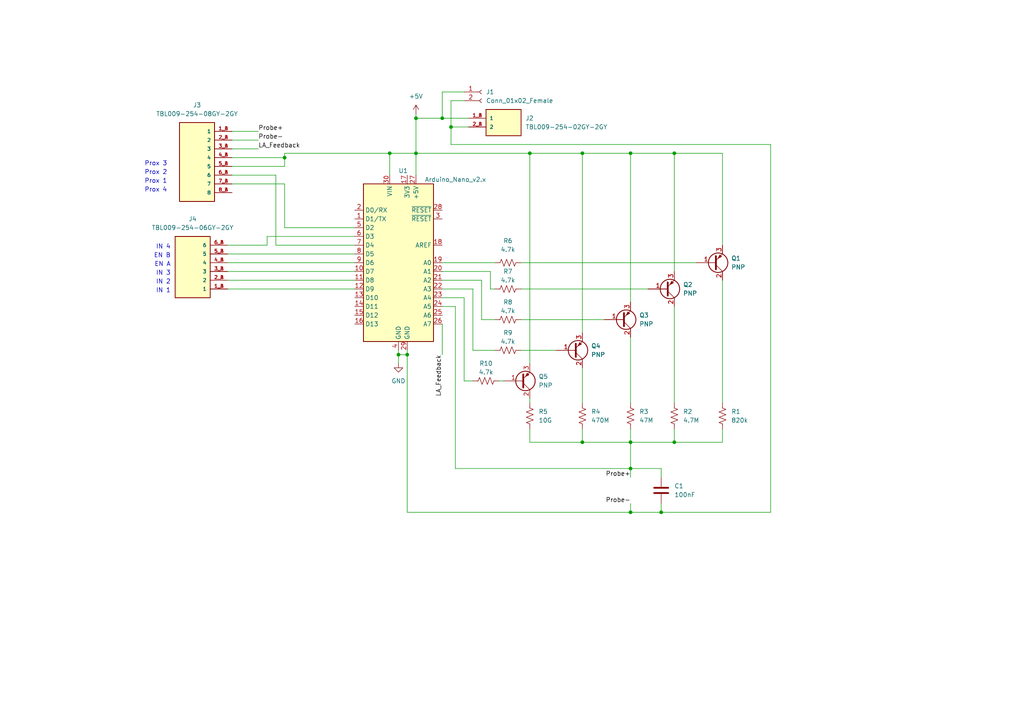
<source format=kicad_sch>
(kicad_sch (version 20211123) (generator eeschema)

  (uuid e63e39d7-6ac0-4ffd-8aa3-1841a4541b55)

  (paper "A4")

  (lib_symbols
    (symbol "Connector:Conn_01x02_Female" (pin_names (offset 1.016) hide) (in_bom yes) (on_board yes)
      (property "Reference" "J" (id 0) (at 0 2.54 0)
        (effects (font (size 1.27 1.27)))
      )
      (property "Value" "Conn_01x02_Female" (id 1) (at 0 -5.08 0)
        (effects (font (size 1.27 1.27)))
      )
      (property "Footprint" "" (id 2) (at 0 0 0)
        (effects (font (size 1.27 1.27)) hide)
      )
      (property "Datasheet" "~" (id 3) (at 0 0 0)
        (effects (font (size 1.27 1.27)) hide)
      )
      (property "ki_keywords" "connector" (id 4) (at 0 0 0)
        (effects (font (size 1.27 1.27)) hide)
      )
      (property "ki_description" "Generic connector, single row, 01x02, script generated (kicad-library-utils/schlib/autogen/connector/)" (id 5) (at 0 0 0)
        (effects (font (size 1.27 1.27)) hide)
      )
      (property "ki_fp_filters" "Connector*:*_1x??_*" (id 6) (at 0 0 0)
        (effects (font (size 1.27 1.27)) hide)
      )
      (symbol "Conn_01x02_Female_1_1"
        (arc (start 0 -2.032) (mid -0.508 -2.54) (end 0 -3.048)
          (stroke (width 0.1524) (type default) (color 0 0 0 0))
          (fill (type none))
        )
        (polyline
          (pts
            (xy -1.27 -2.54)
            (xy -0.508 -2.54)
          )
          (stroke (width 0.1524) (type default) (color 0 0 0 0))
          (fill (type none))
        )
        (polyline
          (pts
            (xy -1.27 0)
            (xy -0.508 0)
          )
          (stroke (width 0.1524) (type default) (color 0 0 0 0))
          (fill (type none))
        )
        (arc (start 0 0.508) (mid -0.508 0) (end 0 -0.508)
          (stroke (width 0.1524) (type default) (color 0 0 0 0))
          (fill (type none))
        )
        (pin passive line (at -5.08 0 0) (length 3.81)
          (name "Pin_1" (effects (font (size 1.27 1.27))))
          (number "1" (effects (font (size 1.27 1.27))))
        )
        (pin passive line (at -5.08 -2.54 0) (length 3.81)
          (name "Pin_2" (effects (font (size 1.27 1.27))))
          (number "2" (effects (font (size 1.27 1.27))))
        )
      )
    )
    (symbol "Device:C" (pin_numbers hide) (pin_names (offset 0.254)) (in_bom yes) (on_board yes)
      (property "Reference" "C" (id 0) (at 0.635 2.54 0)
        (effects (font (size 1.27 1.27)) (justify left))
      )
      (property "Value" "C" (id 1) (at 0.635 -2.54 0)
        (effects (font (size 1.27 1.27)) (justify left))
      )
      (property "Footprint" "" (id 2) (at 0.9652 -3.81 0)
        (effects (font (size 1.27 1.27)) hide)
      )
      (property "Datasheet" "~" (id 3) (at 0 0 0)
        (effects (font (size 1.27 1.27)) hide)
      )
      (property "ki_keywords" "cap capacitor" (id 4) (at 0 0 0)
        (effects (font (size 1.27 1.27)) hide)
      )
      (property "ki_description" "Unpolarized capacitor" (id 5) (at 0 0 0)
        (effects (font (size 1.27 1.27)) hide)
      )
      (property "ki_fp_filters" "C_*" (id 6) (at 0 0 0)
        (effects (font (size 1.27 1.27)) hide)
      )
      (symbol "C_0_1"
        (polyline
          (pts
            (xy -2.032 -0.762)
            (xy 2.032 -0.762)
          )
          (stroke (width 0.508) (type default) (color 0 0 0 0))
          (fill (type none))
        )
        (polyline
          (pts
            (xy -2.032 0.762)
            (xy 2.032 0.762)
          )
          (stroke (width 0.508) (type default) (color 0 0 0 0))
          (fill (type none))
        )
      )
      (symbol "C_1_1"
        (pin passive line (at 0 3.81 270) (length 2.794)
          (name "~" (effects (font (size 1.27 1.27))))
          (number "1" (effects (font (size 1.27 1.27))))
        )
        (pin passive line (at 0 -3.81 90) (length 2.794)
          (name "~" (effects (font (size 1.27 1.27))))
          (number "2" (effects (font (size 1.27 1.27))))
        )
      )
    )
    (symbol "Device:Q_PNP_BCE" (pin_names (offset 0) hide) (in_bom yes) (on_board yes)
      (property "Reference" "Q" (id 0) (at 5.08 1.27 0)
        (effects (font (size 1.27 1.27)) (justify left))
      )
      (property "Value" "Q_PNP_BCE" (id 1) (at 5.08 -1.27 0)
        (effects (font (size 1.27 1.27)) (justify left))
      )
      (property "Footprint" "" (id 2) (at 5.08 2.54 0)
        (effects (font (size 1.27 1.27)) hide)
      )
      (property "Datasheet" "~" (id 3) (at 0 0 0)
        (effects (font (size 1.27 1.27)) hide)
      )
      (property "ki_keywords" "transistor PNP" (id 4) (at 0 0 0)
        (effects (font (size 1.27 1.27)) hide)
      )
      (property "ki_description" "PNP transistor, base/collector/emitter" (id 5) (at 0 0 0)
        (effects (font (size 1.27 1.27)) hide)
      )
      (symbol "Q_PNP_BCE_0_1"
        (polyline
          (pts
            (xy 0.635 0.635)
            (xy 2.54 2.54)
          )
          (stroke (width 0) (type default) (color 0 0 0 0))
          (fill (type none))
        )
        (polyline
          (pts
            (xy 0.635 -0.635)
            (xy 2.54 -2.54)
            (xy 2.54 -2.54)
          )
          (stroke (width 0) (type default) (color 0 0 0 0))
          (fill (type none))
        )
        (polyline
          (pts
            (xy 0.635 1.905)
            (xy 0.635 -1.905)
            (xy 0.635 -1.905)
          )
          (stroke (width 0.508) (type default) (color 0 0 0 0))
          (fill (type none))
        )
        (polyline
          (pts
            (xy 2.286 -1.778)
            (xy 1.778 -2.286)
            (xy 1.27 -1.27)
            (xy 2.286 -1.778)
            (xy 2.286 -1.778)
          )
          (stroke (width 0) (type default) (color 0 0 0 0))
          (fill (type outline))
        )
        (circle (center 1.27 0) (radius 2.8194)
          (stroke (width 0.254) (type default) (color 0 0 0 0))
          (fill (type none))
        )
      )
      (symbol "Q_PNP_BCE_1_1"
        (pin input line (at -5.08 0 0) (length 5.715)
          (name "B" (effects (font (size 1.27 1.27))))
          (number "1" (effects (font (size 1.27 1.27))))
        )
        (pin passive line (at 2.54 5.08 270) (length 2.54)
          (name "C" (effects (font (size 1.27 1.27))))
          (number "2" (effects (font (size 1.27 1.27))))
        )
        (pin passive line (at 2.54 -5.08 90) (length 2.54)
          (name "E" (effects (font (size 1.27 1.27))))
          (number "3" (effects (font (size 1.27 1.27))))
        )
      )
    )
    (symbol "Device:R_US" (pin_numbers hide) (pin_names (offset 0)) (in_bom yes) (on_board yes)
      (property "Reference" "R" (id 0) (at 2.54 0 90)
        (effects (font (size 1.27 1.27)))
      )
      (property "Value" "R_US" (id 1) (at -2.54 0 90)
        (effects (font (size 1.27 1.27)))
      )
      (property "Footprint" "" (id 2) (at 1.016 -0.254 90)
        (effects (font (size 1.27 1.27)) hide)
      )
      (property "Datasheet" "~" (id 3) (at 0 0 0)
        (effects (font (size 1.27 1.27)) hide)
      )
      (property "ki_keywords" "R res resistor" (id 4) (at 0 0 0)
        (effects (font (size 1.27 1.27)) hide)
      )
      (property "ki_description" "Resistor, US symbol" (id 5) (at 0 0 0)
        (effects (font (size 1.27 1.27)) hide)
      )
      (property "ki_fp_filters" "R_*" (id 6) (at 0 0 0)
        (effects (font (size 1.27 1.27)) hide)
      )
      (symbol "R_US_0_1"
        (polyline
          (pts
            (xy 0 -2.286)
            (xy 0 -2.54)
          )
          (stroke (width 0) (type default) (color 0 0 0 0))
          (fill (type none))
        )
        (polyline
          (pts
            (xy 0 2.286)
            (xy 0 2.54)
          )
          (stroke (width 0) (type default) (color 0 0 0 0))
          (fill (type none))
        )
        (polyline
          (pts
            (xy 0 -0.762)
            (xy 1.016 -1.143)
            (xy 0 -1.524)
            (xy -1.016 -1.905)
            (xy 0 -2.286)
          )
          (stroke (width 0) (type default) (color 0 0 0 0))
          (fill (type none))
        )
        (polyline
          (pts
            (xy 0 0.762)
            (xy 1.016 0.381)
            (xy 0 0)
            (xy -1.016 -0.381)
            (xy 0 -0.762)
          )
          (stroke (width 0) (type default) (color 0 0 0 0))
          (fill (type none))
        )
        (polyline
          (pts
            (xy 0 2.286)
            (xy 1.016 1.905)
            (xy 0 1.524)
            (xy -1.016 1.143)
            (xy 0 0.762)
          )
          (stroke (width 0) (type default) (color 0 0 0 0))
          (fill (type none))
        )
      )
      (symbol "R_US_1_1"
        (pin passive line (at 0 3.81 270) (length 1.27)
          (name "~" (effects (font (size 1.27 1.27))))
          (number "1" (effects (font (size 1.27 1.27))))
        )
        (pin passive line (at 0 -3.81 90) (length 1.27)
          (name "~" (effects (font (size 1.27 1.27))))
          (number "2" (effects (font (size 1.27 1.27))))
        )
      )
    )
    (symbol "MCU_Module:Arduino_Nano_v2.x" (in_bom yes) (on_board yes)
      (property "Reference" "A" (id 0) (at -10.16 23.495 0)
        (effects (font (size 1.27 1.27)) (justify left bottom))
      )
      (property "Value" "Arduino_Nano_v2.x" (id 1) (at 5.08 -24.13 0)
        (effects (font (size 1.27 1.27)) (justify left top))
      )
      (property "Footprint" "Module:Arduino_Nano" (id 2) (at 0 0 0)
        (effects (font (size 1.27 1.27) italic) hide)
      )
      (property "Datasheet" "https://www.arduino.cc/en/uploads/Main/ArduinoNanoManual23.pdf" (id 3) (at 0 0 0)
        (effects (font (size 1.27 1.27)) hide)
      )
      (property "ki_keywords" "Arduino nano microcontroller module USB" (id 4) (at 0 0 0)
        (effects (font (size 1.27 1.27)) hide)
      )
      (property "ki_description" "Arduino Nano v2.x" (id 5) (at 0 0 0)
        (effects (font (size 1.27 1.27)) hide)
      )
      (property "ki_fp_filters" "Arduino*Nano*" (id 6) (at 0 0 0)
        (effects (font (size 1.27 1.27)) hide)
      )
      (symbol "Arduino_Nano_v2.x_0_1"
        (rectangle (start -10.16 22.86) (end 10.16 -22.86)
          (stroke (width 0.254) (type default) (color 0 0 0 0))
          (fill (type background))
        )
      )
      (symbol "Arduino_Nano_v2.x_1_1"
        (pin bidirectional line (at -12.7 12.7 0) (length 2.54)
          (name "D1/TX" (effects (font (size 1.27 1.27))))
          (number "1" (effects (font (size 1.27 1.27))))
        )
        (pin bidirectional line (at -12.7 -2.54 0) (length 2.54)
          (name "D7" (effects (font (size 1.27 1.27))))
          (number "10" (effects (font (size 1.27 1.27))))
        )
        (pin bidirectional line (at -12.7 -5.08 0) (length 2.54)
          (name "D8" (effects (font (size 1.27 1.27))))
          (number "11" (effects (font (size 1.27 1.27))))
        )
        (pin bidirectional line (at -12.7 -7.62 0) (length 2.54)
          (name "D9" (effects (font (size 1.27 1.27))))
          (number "12" (effects (font (size 1.27 1.27))))
        )
        (pin bidirectional line (at -12.7 -10.16 0) (length 2.54)
          (name "D10" (effects (font (size 1.27 1.27))))
          (number "13" (effects (font (size 1.27 1.27))))
        )
        (pin bidirectional line (at -12.7 -12.7 0) (length 2.54)
          (name "D11" (effects (font (size 1.27 1.27))))
          (number "14" (effects (font (size 1.27 1.27))))
        )
        (pin bidirectional line (at -12.7 -15.24 0) (length 2.54)
          (name "D12" (effects (font (size 1.27 1.27))))
          (number "15" (effects (font (size 1.27 1.27))))
        )
        (pin bidirectional line (at -12.7 -17.78 0) (length 2.54)
          (name "D13" (effects (font (size 1.27 1.27))))
          (number "16" (effects (font (size 1.27 1.27))))
        )
        (pin power_out line (at 2.54 25.4 270) (length 2.54)
          (name "3V3" (effects (font (size 1.27 1.27))))
          (number "17" (effects (font (size 1.27 1.27))))
        )
        (pin input line (at 12.7 5.08 180) (length 2.54)
          (name "AREF" (effects (font (size 1.27 1.27))))
          (number "18" (effects (font (size 1.27 1.27))))
        )
        (pin bidirectional line (at 12.7 0 180) (length 2.54)
          (name "A0" (effects (font (size 1.27 1.27))))
          (number "19" (effects (font (size 1.27 1.27))))
        )
        (pin bidirectional line (at -12.7 15.24 0) (length 2.54)
          (name "D0/RX" (effects (font (size 1.27 1.27))))
          (number "2" (effects (font (size 1.27 1.27))))
        )
        (pin bidirectional line (at 12.7 -2.54 180) (length 2.54)
          (name "A1" (effects (font (size 1.27 1.27))))
          (number "20" (effects (font (size 1.27 1.27))))
        )
        (pin bidirectional line (at 12.7 -5.08 180) (length 2.54)
          (name "A2" (effects (font (size 1.27 1.27))))
          (number "21" (effects (font (size 1.27 1.27))))
        )
        (pin bidirectional line (at 12.7 -7.62 180) (length 2.54)
          (name "A3" (effects (font (size 1.27 1.27))))
          (number "22" (effects (font (size 1.27 1.27))))
        )
        (pin bidirectional line (at 12.7 -10.16 180) (length 2.54)
          (name "A4" (effects (font (size 1.27 1.27))))
          (number "23" (effects (font (size 1.27 1.27))))
        )
        (pin bidirectional line (at 12.7 -12.7 180) (length 2.54)
          (name "A5" (effects (font (size 1.27 1.27))))
          (number "24" (effects (font (size 1.27 1.27))))
        )
        (pin bidirectional line (at 12.7 -15.24 180) (length 2.54)
          (name "A6" (effects (font (size 1.27 1.27))))
          (number "25" (effects (font (size 1.27 1.27))))
        )
        (pin bidirectional line (at 12.7 -17.78 180) (length 2.54)
          (name "A7" (effects (font (size 1.27 1.27))))
          (number "26" (effects (font (size 1.27 1.27))))
        )
        (pin power_out line (at 5.08 25.4 270) (length 2.54)
          (name "+5V" (effects (font (size 1.27 1.27))))
          (number "27" (effects (font (size 1.27 1.27))))
        )
        (pin input line (at 12.7 15.24 180) (length 2.54)
          (name "~{RESET}" (effects (font (size 1.27 1.27))))
          (number "28" (effects (font (size 1.27 1.27))))
        )
        (pin power_in line (at 2.54 -25.4 90) (length 2.54)
          (name "GND" (effects (font (size 1.27 1.27))))
          (number "29" (effects (font (size 1.27 1.27))))
        )
        (pin input line (at 12.7 12.7 180) (length 2.54)
          (name "~{RESET}" (effects (font (size 1.27 1.27))))
          (number "3" (effects (font (size 1.27 1.27))))
        )
        (pin power_in line (at -2.54 25.4 270) (length 2.54)
          (name "VIN" (effects (font (size 1.27 1.27))))
          (number "30" (effects (font (size 1.27 1.27))))
        )
        (pin power_in line (at 0 -25.4 90) (length 2.54)
          (name "GND" (effects (font (size 1.27 1.27))))
          (number "4" (effects (font (size 1.27 1.27))))
        )
        (pin bidirectional line (at -12.7 10.16 0) (length 2.54)
          (name "D2" (effects (font (size 1.27 1.27))))
          (number "5" (effects (font (size 1.27 1.27))))
        )
        (pin bidirectional line (at -12.7 7.62 0) (length 2.54)
          (name "D3" (effects (font (size 1.27 1.27))))
          (number "6" (effects (font (size 1.27 1.27))))
        )
        (pin bidirectional line (at -12.7 5.08 0) (length 2.54)
          (name "D4" (effects (font (size 1.27 1.27))))
          (number "7" (effects (font (size 1.27 1.27))))
        )
        (pin bidirectional line (at -12.7 2.54 0) (length 2.54)
          (name "D5" (effects (font (size 1.27 1.27))))
          (number "8" (effects (font (size 1.27 1.27))))
        )
        (pin bidirectional line (at -12.7 0 0) (length 2.54)
          (name "D6" (effects (font (size 1.27 1.27))))
          (number "9" (effects (font (size 1.27 1.27))))
        )
      )
    )
    (symbol "Screw_Terminals:TBL009-254-02GY-2GY" (pin_names (offset 1.016)) (in_bom yes) (on_board yes)
      (property "Reference" "J" (id 0) (at -5.588 5.08 0)
        (effects (font (size 1.27 1.27)) (justify left bottom))
      )
      (property "Value" "TBL009-254-02GY-2GY" (id 1) (at -5.08 -5.08 0)
        (effects (font (size 1.27 1.27)) (justify left bottom))
      )
      (property "Footprint" "CUI_TBL009-254-02GY-2GY" (id 2) (at 0 0 0)
        (effects (font (size 1.27 1.27)) (justify left bottom) hide)
      )
      (property "Datasheet" "" (id 3) (at 0 0 0)
        (effects (font (size 1.27 1.27)) (justify left bottom) hide)
      )
      (property "MANUFACTURER" "CUI" (id 4) (at 0 0 0)
        (effects (font (size 1.27 1.27)) (justify left bottom) hide)
      )
      (property "STANDARD" "Manufacturer Recommendations" (id 5) (at 0 0 0)
        (effects (font (size 1.27 1.27)) (justify left bottom) hide)
      )
      (property "ki_locked" "" (id 6) (at 0 0 0)
        (effects (font (size 1.27 1.27)))
      )
      (symbol "TBL009-254-02GY-2GY_0_0"
        (rectangle (start -5.08 -2.54) (end 5.08 5.08)
          (stroke (width 0.254) (type default) (color 0 0 0 0))
          (fill (type background))
        )
        (pin passive line (at -10.16 2.54 0) (length 5.08)
          (name "1" (effects (font (size 1.016 1.016))))
          (number "1_A" (effects (font (size 1.016 1.016))))
        )
        (pin passive line (at -10.16 2.54 0) (length 5.08)
          (name "1" (effects (font (size 1.016 1.016))))
          (number "1_B" (effects (font (size 1.016 1.016))))
        )
        (pin passive line (at -10.16 0 0) (length 5.08)
          (name "2" (effects (font (size 1.016 1.016))))
          (number "2_A" (effects (font (size 1.016 1.016))))
        )
        (pin passive line (at -10.16 0 0) (length 5.08)
          (name "2" (effects (font (size 1.016 1.016))))
          (number "2_B" (effects (font (size 1.016 1.016))))
        )
      )
    )
    (symbol "Screw_Terminals:TBL009-254-06GY-2GY" (pin_names (offset 1.016)) (in_bom yes) (on_board yes)
      (property "Reference" "J" (id 0) (at -5.588 10.16 0)
        (effects (font (size 1.27 1.27)) (justify left bottom))
      )
      (property "Value" "TBL009-254-06GY-2GY" (id 1) (at -5.08 -10.16 0)
        (effects (font (size 1.27 1.27)) (justify left bottom))
      )
      (property "Footprint" "CUI_TBL009-254-06GY-2GY" (id 2) (at 0 0 0)
        (effects (font (size 1.27 1.27)) (justify left bottom) hide)
      )
      (property "Datasheet" "" (id 3) (at 0 0 0)
        (effects (font (size 1.27 1.27)) (justify left bottom) hide)
      )
      (property "STANDARD" "Manufacturer Recommendations" (id 4) (at 0 0 0)
        (effects (font (size 1.27 1.27)) (justify left bottom) hide)
      )
      (property "MANUFACTURER" "CUI" (id 5) (at 0 0 0)
        (effects (font (size 1.27 1.27)) (justify left bottom) hide)
      )
      (property "ki_locked" "" (id 6) (at 0 0 0)
        (effects (font (size 1.27 1.27)))
      )
      (symbol "TBL009-254-06GY-2GY_0_0"
        (rectangle (start -5.08 -7.62) (end 5.08 10.16)
          (stroke (width 0.254) (type default) (color 0 0 0 0))
          (fill (type background))
        )
        (pin passive line (at -10.16 7.62 0) (length 5.08)
          (name "1" (effects (font (size 1.016 1.016))))
          (number "1_A" (effects (font (size 1.016 1.016))))
        )
        (pin passive line (at -10.16 7.62 0) (length 5.08)
          (name "1" (effects (font (size 1.016 1.016))))
          (number "1_B" (effects (font (size 1.016 1.016))))
        )
        (pin passive line (at -10.16 5.08 0) (length 5.08)
          (name "2" (effects (font (size 1.016 1.016))))
          (number "2_A" (effects (font (size 1.016 1.016))))
        )
        (pin passive line (at -10.16 5.08 0) (length 5.08)
          (name "2" (effects (font (size 1.016 1.016))))
          (number "2_B" (effects (font (size 1.016 1.016))))
        )
        (pin passive line (at -10.16 2.54 0) (length 5.08)
          (name "3" (effects (font (size 1.016 1.016))))
          (number "3_A" (effects (font (size 1.016 1.016))))
        )
        (pin passive line (at -10.16 2.54 0) (length 5.08)
          (name "3" (effects (font (size 1.016 1.016))))
          (number "3_B" (effects (font (size 1.016 1.016))))
        )
        (pin passive line (at -10.16 0 0) (length 5.08)
          (name "4" (effects (font (size 1.016 1.016))))
          (number "4_A" (effects (font (size 1.016 1.016))))
        )
        (pin passive line (at -10.16 0 0) (length 5.08)
          (name "4" (effects (font (size 1.016 1.016))))
          (number "4_B" (effects (font (size 1.016 1.016))))
        )
        (pin passive line (at -10.16 -2.54 0) (length 5.08)
          (name "5" (effects (font (size 1.016 1.016))))
          (number "5_A" (effects (font (size 1.016 1.016))))
        )
        (pin passive line (at -10.16 -2.54 0) (length 5.08)
          (name "5" (effects (font (size 1.016 1.016))))
          (number "5_B" (effects (font (size 1.016 1.016))))
        )
        (pin passive line (at -10.16 -5.08 0) (length 5.08)
          (name "6" (effects (font (size 1.016 1.016))))
          (number "6_A" (effects (font (size 1.016 1.016))))
        )
        (pin passive line (at -10.16 -5.08 0) (length 5.08)
          (name "6" (effects (font (size 1.016 1.016))))
          (number "6_B" (effects (font (size 1.016 1.016))))
        )
      )
    )
    (symbol "Screw_Terminals:TBL009-254-08GY-2GY" (pin_names (offset 1.016)) (in_bom yes) (on_board yes)
      (property "Reference" "J" (id 0) (at -5.588 12.7 0)
        (effects (font (size 1.27 1.27)) (justify left bottom))
      )
      (property "Value" "TBL009-254-08GY-2GY" (id 1) (at -5.08 -12.7 0)
        (effects (font (size 1.27 1.27)) (justify left bottom))
      )
      (property "Footprint" "CUI_TBL009-254-08GY-2GY" (id 2) (at 0 0 0)
        (effects (font (size 1.27 1.27)) (justify left bottom) hide)
      )
      (property "Datasheet" "" (id 3) (at 0 0 0)
        (effects (font (size 1.27 1.27)) (justify left bottom) hide)
      )
      (property "MANUFACTURER" "CUI" (id 4) (at 0 0 0)
        (effects (font (size 1.27 1.27)) (justify left bottom) hide)
      )
      (property "STANDARD" "Manufacturer Recommendations" (id 5) (at 0 0 0)
        (effects (font (size 1.27 1.27)) (justify left bottom) hide)
      )
      (property "ki_locked" "" (id 6) (at 0 0 0)
        (effects (font (size 1.27 1.27)))
      )
      (symbol "TBL009-254-08GY-2GY_0_0"
        (rectangle (start -5.08 -10.16) (end 5.08 12.7)
          (stroke (width 0.254) (type default) (color 0 0 0 0))
          (fill (type background))
        )
        (pin passive line (at -10.16 10.16 0) (length 5.08)
          (name "1" (effects (font (size 1.016 1.016))))
          (number "1_A" (effects (font (size 1.016 1.016))))
        )
        (pin passive line (at -10.16 10.16 0) (length 5.08)
          (name "1" (effects (font (size 1.016 1.016))))
          (number "1_B" (effects (font (size 1.016 1.016))))
        )
        (pin passive line (at -10.16 7.62 0) (length 5.08)
          (name "2" (effects (font (size 1.016 1.016))))
          (number "2_A" (effects (font (size 1.016 1.016))))
        )
        (pin passive line (at -10.16 7.62 0) (length 5.08)
          (name "2" (effects (font (size 1.016 1.016))))
          (number "2_B" (effects (font (size 1.016 1.016))))
        )
        (pin passive line (at -10.16 5.08 0) (length 5.08)
          (name "3" (effects (font (size 1.016 1.016))))
          (number "3_A" (effects (font (size 1.016 1.016))))
        )
        (pin passive line (at -10.16 5.08 0) (length 5.08)
          (name "3" (effects (font (size 1.016 1.016))))
          (number "3_B" (effects (font (size 1.016 1.016))))
        )
        (pin passive line (at -10.16 2.54 0) (length 5.08)
          (name "4" (effects (font (size 1.016 1.016))))
          (number "4_A" (effects (font (size 1.016 1.016))))
        )
        (pin passive line (at -10.16 2.54 0) (length 5.08)
          (name "4" (effects (font (size 1.016 1.016))))
          (number "4_B" (effects (font (size 1.016 1.016))))
        )
        (pin passive line (at -10.16 0 0) (length 5.08)
          (name "5" (effects (font (size 1.016 1.016))))
          (number "5_A" (effects (font (size 1.016 1.016))))
        )
        (pin passive line (at -10.16 0 0) (length 5.08)
          (name "5" (effects (font (size 1.016 1.016))))
          (number "5_B" (effects (font (size 1.016 1.016))))
        )
        (pin passive line (at -10.16 -2.54 0) (length 5.08)
          (name "6" (effects (font (size 1.016 1.016))))
          (number "6_A" (effects (font (size 1.016 1.016))))
        )
        (pin passive line (at -10.16 -2.54 0) (length 5.08)
          (name "6" (effects (font (size 1.016 1.016))))
          (number "6_B" (effects (font (size 1.016 1.016))))
        )
        (pin passive line (at -10.16 -5.08 0) (length 5.08)
          (name "7" (effects (font (size 1.016 1.016))))
          (number "7_A" (effects (font (size 1.016 1.016))))
        )
        (pin passive line (at -10.16 -5.08 0) (length 5.08)
          (name "7" (effects (font (size 1.016 1.016))))
          (number "7_B" (effects (font (size 1.016 1.016))))
        )
        (pin passive line (at -10.16 -7.62 0) (length 5.08)
          (name "8" (effects (font (size 1.016 1.016))))
          (number "8_A" (effects (font (size 1.016 1.016))))
        )
        (pin passive line (at -10.16 -7.62 0) (length 5.08)
          (name "8" (effects (font (size 1.016 1.016))))
          (number "8_B" (effects (font (size 1.016 1.016))))
        )
      )
    )
    (symbol "power:+5V" (power) (pin_names (offset 0)) (in_bom yes) (on_board yes)
      (property "Reference" "#PWR" (id 0) (at 0 -3.81 0)
        (effects (font (size 1.27 1.27)) hide)
      )
      (property "Value" "+5V" (id 1) (at 0 3.556 0)
        (effects (font (size 1.27 1.27)))
      )
      (property "Footprint" "" (id 2) (at 0 0 0)
        (effects (font (size 1.27 1.27)) hide)
      )
      (property "Datasheet" "" (id 3) (at 0 0 0)
        (effects (font (size 1.27 1.27)) hide)
      )
      (property "ki_keywords" "power-flag" (id 4) (at 0 0 0)
        (effects (font (size 1.27 1.27)) hide)
      )
      (property "ki_description" "Power symbol creates a global label with name \"+5V\"" (id 5) (at 0 0 0)
        (effects (font (size 1.27 1.27)) hide)
      )
      (symbol "+5V_0_1"
        (polyline
          (pts
            (xy -0.762 1.27)
            (xy 0 2.54)
          )
          (stroke (width 0) (type default) (color 0 0 0 0))
          (fill (type none))
        )
        (polyline
          (pts
            (xy 0 0)
            (xy 0 2.54)
          )
          (stroke (width 0) (type default) (color 0 0 0 0))
          (fill (type none))
        )
        (polyline
          (pts
            (xy 0 2.54)
            (xy 0.762 1.27)
          )
          (stroke (width 0) (type default) (color 0 0 0 0))
          (fill (type none))
        )
      )
      (symbol "+5V_1_1"
        (pin power_in line (at 0 0 90) (length 0) hide
          (name "+5V" (effects (font (size 1.27 1.27))))
          (number "1" (effects (font (size 1.27 1.27))))
        )
      )
    )
    (symbol "power:GND" (power) (pin_names (offset 0)) (in_bom yes) (on_board yes)
      (property "Reference" "#PWR" (id 0) (at 0 -6.35 0)
        (effects (font (size 1.27 1.27)) hide)
      )
      (property "Value" "GND" (id 1) (at 0 -3.81 0)
        (effects (font (size 1.27 1.27)))
      )
      (property "Footprint" "" (id 2) (at 0 0 0)
        (effects (font (size 1.27 1.27)) hide)
      )
      (property "Datasheet" "" (id 3) (at 0 0 0)
        (effects (font (size 1.27 1.27)) hide)
      )
      (property "ki_keywords" "power-flag" (id 4) (at 0 0 0)
        (effects (font (size 1.27 1.27)) hide)
      )
      (property "ki_description" "Power symbol creates a global label with name \"GND\" , ground" (id 5) (at 0 0 0)
        (effects (font (size 1.27 1.27)) hide)
      )
      (symbol "GND_0_1"
        (polyline
          (pts
            (xy 0 0)
            (xy 0 -1.27)
            (xy 1.27 -1.27)
            (xy 0 -2.54)
            (xy -1.27 -1.27)
            (xy 0 -1.27)
          )
          (stroke (width 0) (type default) (color 0 0 0 0))
          (fill (type none))
        )
      )
      (symbol "GND_1_1"
        (pin power_in line (at 0 0 270) (length 0) hide
          (name "GND" (effects (font (size 1.27 1.27))))
          (number "1" (effects (font (size 1.27 1.27))))
        )
      )
    )
  )

  (junction (at 191.77 148.59) (diameter 0) (color 0 0 0 0)
    (uuid 0acf5207-dd79-49f1-8d0b-a23806cfadfa)
  )
  (junction (at 118.11 102.87) (diameter 0) (color 0 0 0 0)
    (uuid 37b255e2-efee-4fcd-b8ae-9435d8ac473f)
  )
  (junction (at 113.03 44.45) (diameter 0) (color 0 0 0 0)
    (uuid 3f8719e7-fd27-4a24-95d2-a9aa24bd4a5f)
  )
  (junction (at 182.88 128.27) (diameter 0) (color 0 0 0 0)
    (uuid 40edf832-05ef-4aa2-801a-162be8989eed)
  )
  (junction (at 168.91 44.45) (diameter 0) (color 0 0 0 0)
    (uuid 59037eb1-8bfb-4b7d-9ca0-15e99c715efd)
  )
  (junction (at 168.91 128.27) (diameter 0) (color 0 0 0 0)
    (uuid 76681627-143c-4ea2-9f36-7bccd6a2c506)
  )
  (junction (at 115.57 102.87) (diameter 0) (color 0 0 0 0)
    (uuid 8fd77c3d-f2a0-44cb-b71a-cd12609996dc)
  )
  (junction (at 128.27 34.29) (diameter 0) (color 0 0 0 0)
    (uuid 916f3c0f-a1c9-40f0-93b4-9f6ccfc1df39)
  )
  (junction (at 182.88 135.89) (diameter 0) (color 0 0 0 0)
    (uuid 9880294b-707b-4c96-8277-7ed74487ef55)
  )
  (junction (at 130.81 36.83) (diameter 0) (color 0 0 0 0)
    (uuid a6aef059-5a9f-4a81-a2a4-678297ad7d41)
  )
  (junction (at 182.88 148.59) (diameter 0) (color 0 0 0 0)
    (uuid c6f975b5-9546-43fd-ab2d-52f484482c03)
  )
  (junction (at 120.65 34.29) (diameter 0) (color 0 0 0 0)
    (uuid ce8e88d7-f820-4969-922b-021b53795352)
  )
  (junction (at 153.67 44.45) (diameter 0) (color 0 0 0 0)
    (uuid d9c6d755-8488-4cff-99e9-51f754ac8eff)
  )
  (junction (at 182.88 44.45) (diameter 0) (color 0 0 0 0)
    (uuid dba52227-11b0-47aa-8f1e-5d8176840666)
  )
  (junction (at 82.55 45.72) (diameter 0) (color 0 0 0 0)
    (uuid e8ffb0f6-6fa6-4f61-a58d-828a4f345916)
  )
  (junction (at 195.58 44.45) (diameter 0) (color 0 0 0 0)
    (uuid eb88e993-f13a-4fc1-bc63-b4dc700e4363)
  )
  (junction (at 120.65 44.45) (diameter 0) (color 0 0 0 0)
    (uuid f6d996e2-ef83-49a5-8877-953388005de9)
  )
  (junction (at 195.58 128.27) (diameter 0) (color 0 0 0 0)
    (uuid f80e3184-818e-4d2c-9f7d-e723cdcdf6ff)
  )

  (wire (pts (xy 120.65 44.45) (xy 153.67 44.45))
    (stroke (width 0) (type default) (color 0 0 0 0))
    (uuid 04d08eb7-803d-415d-9dcc-8a4279df0f45)
  )
  (wire (pts (xy 151.13 76.2) (xy 201.93 76.2))
    (stroke (width 0) (type default) (color 0 0 0 0))
    (uuid 077f4744-ca46-4609-a887-f505cc4d8554)
  )
  (wire (pts (xy 128.27 83.82) (xy 137.16 83.82))
    (stroke (width 0) (type default) (color 0 0 0 0))
    (uuid 088e4fda-d9d1-4011-af0a-0fa9552696b4)
  )
  (wire (pts (xy 120.65 44.45) (xy 120.65 50.8))
    (stroke (width 0) (type default) (color 0 0 0 0))
    (uuid 0a786546-2eec-4241-a52d-3bcec75e4847)
  )
  (wire (pts (xy 209.55 81.28) (xy 209.55 116.84))
    (stroke (width 0) (type default) (color 0 0 0 0))
    (uuid 0bb32866-e3fd-46d9-a216-c21221442009)
  )
  (wire (pts (xy 195.58 88.9) (xy 195.58 116.84))
    (stroke (width 0) (type default) (color 0 0 0 0))
    (uuid 160c8258-b025-42bc-89e1-1e5521a080ea)
  )
  (wire (pts (xy 191.77 146.05) (xy 191.77 148.59))
    (stroke (width 0) (type default) (color 0 0 0 0))
    (uuid 1d5a3326-fc71-4c32-82ef-e2bf565beba5)
  )
  (wire (pts (xy 130.81 29.21) (xy 130.81 36.83))
    (stroke (width 0) (type default) (color 0 0 0 0))
    (uuid 2c4a4823-3df4-4715-82e4-ace04f59e52b)
  )
  (wire (pts (xy 182.88 146.05) (xy 182.88 148.59))
    (stroke (width 0) (type default) (color 0 0 0 0))
    (uuid 2c82a08c-d68f-4c8c-bb06-dd91c11ffaa2)
  )
  (wire (pts (xy 82.55 66.04) (xy 102.87 66.04))
    (stroke (width 0) (type default) (color 0 0 0 0))
    (uuid 2cdf3011-5a39-469f-a4a6-a36c346a06d1)
  )
  (wire (pts (xy 118.11 101.6) (xy 118.11 102.87))
    (stroke (width 0) (type default) (color 0 0 0 0))
    (uuid 2ee96d3b-2e1a-4aee-998e-fc2de91eb6fd)
  )
  (wire (pts (xy 82.55 66.04) (xy 82.55 53.34))
    (stroke (width 0) (type default) (color 0 0 0 0))
    (uuid 304c2163-d9e6-445c-a8aa-727377250d6e)
  )
  (wire (pts (xy 223.52 148.59) (xy 191.77 148.59))
    (stroke (width 0) (type default) (color 0 0 0 0))
    (uuid 364d65db-e03d-4f26-8d29-93a4be69a583)
  )
  (wire (pts (xy 182.88 128.27) (xy 195.58 128.27))
    (stroke (width 0) (type default) (color 0 0 0 0))
    (uuid 37991d74-cf5c-4176-a309-7d019a5610d9)
  )
  (wire (pts (xy 130.81 36.83) (xy 130.81 41.91))
    (stroke (width 0) (type default) (color 0 0 0 0))
    (uuid 38de1754-63be-400a-9fbd-5f07bee7ac5c)
  )
  (wire (pts (xy 182.88 135.89) (xy 182.88 138.43))
    (stroke (width 0) (type default) (color 0 0 0 0))
    (uuid 3a9dd8a3-52fd-4072-a9c0-0c4fa821d714)
  )
  (wire (pts (xy 66.04 81.28) (xy 102.87 81.28))
    (stroke (width 0) (type default) (color 0 0 0 0))
    (uuid 3d2dba35-8c74-488b-9a59-2b303c93198f)
  )
  (wire (pts (xy 191.77 135.89) (xy 191.77 138.43))
    (stroke (width 0) (type default) (color 0 0 0 0))
    (uuid 3f770096-c81f-431e-8e5f-4d535b368d02)
  )
  (wire (pts (xy 153.67 128.27) (xy 168.91 128.27))
    (stroke (width 0) (type default) (color 0 0 0 0))
    (uuid 41ee2ea7-25f2-4490-9f0b-c383902cb559)
  )
  (wire (pts (xy 134.62 86.36) (xy 128.27 86.36))
    (stroke (width 0) (type default) (color 0 0 0 0))
    (uuid 4430e1f4-90c6-4d3b-8cc1-faae70e6c6dd)
  )
  (wire (pts (xy 168.91 106.68) (xy 168.91 116.84))
    (stroke (width 0) (type default) (color 0 0 0 0))
    (uuid 4586bc1a-5f57-4c11-ac1a-4ee1b5f584ad)
  )
  (wire (pts (xy 115.57 102.87) (xy 115.57 105.41))
    (stroke (width 0) (type default) (color 0 0 0 0))
    (uuid 46da499a-a40a-4914-ad10-277d453bd093)
  )
  (wire (pts (xy 137.16 101.6) (xy 143.51 101.6))
    (stroke (width 0) (type default) (color 0 0 0 0))
    (uuid 4bdd2267-4c66-45d7-b968-4d149af8cfb2)
  )
  (wire (pts (xy 151.13 83.82) (xy 187.96 83.82))
    (stroke (width 0) (type default) (color 0 0 0 0))
    (uuid 4fa46147-3de5-49c8-822c-40f763747cd3)
  )
  (wire (pts (xy 142.24 78.74) (xy 142.24 83.82))
    (stroke (width 0) (type default) (color 0 0 0 0))
    (uuid 502371e0-829e-4c9c-879c-a405a6a44eaa)
  )
  (wire (pts (xy 66.04 78.74) (xy 102.87 78.74))
    (stroke (width 0) (type default) (color 0 0 0 0))
    (uuid 537b50c5-add6-47c5-92cf-e96e7e21acdb)
  )
  (wire (pts (xy 151.13 92.71) (xy 175.26 92.71))
    (stroke (width 0) (type default) (color 0 0 0 0))
    (uuid 58baebd4-a88f-41b1-8268-909e2e11d7e1)
  )
  (wire (pts (xy 223.52 41.91) (xy 223.52 148.59))
    (stroke (width 0) (type default) (color 0 0 0 0))
    (uuid 5da15d66-0598-41b0-bf38-d2dbeb746350)
  )
  (wire (pts (xy 168.91 44.45) (xy 182.88 44.45))
    (stroke (width 0) (type default) (color 0 0 0 0))
    (uuid 5dca565b-5961-45ae-8c51-622725052d83)
  )
  (wire (pts (xy 134.62 26.67) (xy 128.27 26.67))
    (stroke (width 0) (type default) (color 0 0 0 0))
    (uuid 5f3de8f2-fd4f-4a68-83c4-495c5b60d1f2)
  )
  (wire (pts (xy 137.16 83.82) (xy 137.16 101.6))
    (stroke (width 0) (type default) (color 0 0 0 0))
    (uuid 6006bf82-58bd-4d7a-a407-886482e69615)
  )
  (wire (pts (xy 195.58 128.27) (xy 209.55 128.27))
    (stroke (width 0) (type default) (color 0 0 0 0))
    (uuid 62bf1da2-3398-4aff-919f-abac09b7398b)
  )
  (wire (pts (xy 128.27 34.29) (xy 120.65 34.29))
    (stroke (width 0) (type default) (color 0 0 0 0))
    (uuid 630d8b55-2334-47c1-be73-fa3b4ad9f0b9)
  )
  (wire (pts (xy 67.31 40.64) (xy 74.93 40.64))
    (stroke (width 0) (type default) (color 0 0 0 0))
    (uuid 641a171a-623e-46ee-b4f4-ebb1d7999e4e)
  )
  (wire (pts (xy 168.91 44.45) (xy 168.91 96.52))
    (stroke (width 0) (type default) (color 0 0 0 0))
    (uuid 6491e30a-62f2-40ef-bc8e-011c45dc2e2e)
  )
  (wire (pts (xy 195.58 44.45) (xy 195.58 78.74))
    (stroke (width 0) (type default) (color 0 0 0 0))
    (uuid 68c2dc2f-c5b1-4d61-a3a2-dc4bf9dfa0c2)
  )
  (wire (pts (xy 139.7 92.71) (xy 143.51 92.71))
    (stroke (width 0) (type default) (color 0 0 0 0))
    (uuid 68dcdcb6-79c6-4665-997d-8db967eebfd4)
  )
  (wire (pts (xy 134.62 29.21) (xy 130.81 29.21))
    (stroke (width 0) (type default) (color 0 0 0 0))
    (uuid 6ab2f91e-c3ae-40dc-a497-92ccb9eaedb3)
  )
  (wire (pts (xy 182.88 97.79) (xy 182.88 116.84))
    (stroke (width 0) (type default) (color 0 0 0 0))
    (uuid 6cda4fa1-2850-4ecd-bf66-8c140758256a)
  )
  (wire (pts (xy 134.62 86.36) (xy 134.62 110.49))
    (stroke (width 0) (type default) (color 0 0 0 0))
    (uuid 6d542cc0-5a0b-4225-9319-0fa5c3f57159)
  )
  (wire (pts (xy 67.31 38.1) (xy 74.93 38.1))
    (stroke (width 0) (type default) (color 0 0 0 0))
    (uuid 6d5876ab-24ae-4a62-b18a-6ec4ed12c5b7)
  )
  (wire (pts (xy 67.31 53.34) (xy 82.55 53.34))
    (stroke (width 0) (type default) (color 0 0 0 0))
    (uuid 6db56873-c670-41b2-b428-0f722282c87e)
  )
  (wire (pts (xy 153.67 44.45) (xy 153.67 105.41))
    (stroke (width 0) (type default) (color 0 0 0 0))
    (uuid 6e746037-8be8-4824-a52a-d9cb12833545)
  )
  (wire (pts (xy 134.62 110.49) (xy 137.16 110.49))
    (stroke (width 0) (type default) (color 0 0 0 0))
    (uuid 718d832b-3399-475e-8efd-af53c2c4eb0b)
  )
  (wire (pts (xy 82.55 45.72) (xy 67.31 45.72))
    (stroke (width 0) (type default) (color 0 0 0 0))
    (uuid 785b1efa-732b-4f84-85a5-576c1e230444)
  )
  (wire (pts (xy 195.58 44.45) (xy 209.55 44.45))
    (stroke (width 0) (type default) (color 0 0 0 0))
    (uuid 7b306899-2ce3-4119-ae21-6e6490272221)
  )
  (wire (pts (xy 209.55 128.27) (xy 209.55 124.46))
    (stroke (width 0) (type default) (color 0 0 0 0))
    (uuid 7d998617-57a9-48a4-baeb-41db4855022c)
  )
  (wire (pts (xy 128.27 93.98) (xy 128.27 102.87))
    (stroke (width 0) (type default) (color 0 0 0 0))
    (uuid 891cdbbb-84fd-47ca-9233-a3c65edc88d0)
  )
  (wire (pts (xy 182.88 44.45) (xy 195.58 44.45))
    (stroke (width 0) (type default) (color 0 0 0 0))
    (uuid 8976627e-e209-4266-9b8e-22012f102b8a)
  )
  (wire (pts (xy 182.88 148.59) (xy 118.11 148.59))
    (stroke (width 0) (type default) (color 0 0 0 0))
    (uuid 89eb8a94-1280-474e-8233-90fd0027781e)
  )
  (wire (pts (xy 66.04 83.82) (xy 102.87 83.82))
    (stroke (width 0) (type default) (color 0 0 0 0))
    (uuid 8bc43807-ce16-4ffa-b607-9912d61dd67a)
  )
  (wire (pts (xy 66.04 71.12) (xy 77.47 71.12))
    (stroke (width 0) (type default) (color 0 0 0 0))
    (uuid 8d40be96-5314-4195-a0ee-9938a62bb100)
  )
  (wire (pts (xy 153.67 115.57) (xy 153.67 116.84))
    (stroke (width 0) (type default) (color 0 0 0 0))
    (uuid 902bb876-613c-4e4f-a6a1-723767b59d60)
  )
  (wire (pts (xy 113.03 44.45) (xy 120.65 44.45))
    (stroke (width 0) (type default) (color 0 0 0 0))
    (uuid 91eff79f-ed9f-42cb-9899-e2207eb4a45e)
  )
  (wire (pts (xy 182.88 135.89) (xy 191.77 135.89))
    (stroke (width 0) (type default) (color 0 0 0 0))
    (uuid 921867fe-e027-45c9-b6cb-73103efba560)
  )
  (wire (pts (xy 67.31 43.18) (xy 74.93 43.18))
    (stroke (width 0) (type default) (color 0 0 0 0))
    (uuid 92fb24ab-c896-4073-81c8-7fcd9ad10ebe)
  )
  (wire (pts (xy 113.03 44.45) (xy 113.03 50.8))
    (stroke (width 0) (type default) (color 0 0 0 0))
    (uuid 93cf61f6-0eae-4b9b-b38e-acc536badde7)
  )
  (wire (pts (xy 115.57 101.6) (xy 115.57 102.87))
    (stroke (width 0) (type default) (color 0 0 0 0))
    (uuid 98b0fbb7-5042-4d00-9974-466acdc218b3)
  )
  (wire (pts (xy 144.78 110.49) (xy 146.05 110.49))
    (stroke (width 0) (type default) (color 0 0 0 0))
    (uuid 9d2bd03d-0cb5-4ae3-9d1b-b465fee9967b)
  )
  (wire (pts (xy 130.81 36.83) (xy 135.89 36.83))
    (stroke (width 0) (type default) (color 0 0 0 0))
    (uuid 9df8fc5f-3964-4080-a43b-7e81859129e9)
  )
  (wire (pts (xy 82.55 44.45) (xy 82.55 45.72))
    (stroke (width 0) (type default) (color 0 0 0 0))
    (uuid a255c180-f957-419f-aac5-603c56ee9fb5)
  )
  (wire (pts (xy 168.91 128.27) (xy 182.88 128.27))
    (stroke (width 0) (type default) (color 0 0 0 0))
    (uuid a326ea1b-4bb4-4fce-afc0-b6b463693d6e)
  )
  (wire (pts (xy 120.65 34.29) (xy 120.65 44.45))
    (stroke (width 0) (type default) (color 0 0 0 0))
    (uuid a456bd40-b2fd-424c-b931-b7b320bd8eee)
  )
  (wire (pts (xy 82.55 44.45) (xy 113.03 44.45))
    (stroke (width 0) (type default) (color 0 0 0 0))
    (uuid a5557034-27b9-45cb-88a4-c8c7f21fe7e9)
  )
  (wire (pts (xy 151.13 101.6) (xy 161.29 101.6))
    (stroke (width 0) (type default) (color 0 0 0 0))
    (uuid a653cf8a-2086-46aa-aecc-e2434f5bddc9)
  )
  (wire (pts (xy 209.55 44.45) (xy 209.55 71.12))
    (stroke (width 0) (type default) (color 0 0 0 0))
    (uuid a74bfe07-0251-4024-b7cf-e1c5e57ac8fc)
  )
  (wire (pts (xy 132.08 88.9) (xy 132.08 135.89))
    (stroke (width 0) (type default) (color 0 0 0 0))
    (uuid a7c4a43f-87af-4fa6-a2f3-eeba898c0f05)
  )
  (wire (pts (xy 82.55 45.72) (xy 82.55 48.26))
    (stroke (width 0) (type default) (color 0 0 0 0))
    (uuid aaee2632-4ef3-43d8-b495-635f5b56b856)
  )
  (wire (pts (xy 153.67 44.45) (xy 168.91 44.45))
    (stroke (width 0) (type default) (color 0 0 0 0))
    (uuid aaf4c2a1-5cb3-42ba-906c-a8dbf515ff49)
  )
  (wire (pts (xy 182.88 148.59) (xy 191.77 148.59))
    (stroke (width 0) (type default) (color 0 0 0 0))
    (uuid ab6b4d01-6cd6-4841-8bfd-c3bdcba26949)
  )
  (wire (pts (xy 142.24 83.82) (xy 143.51 83.82))
    (stroke (width 0) (type default) (color 0 0 0 0))
    (uuid acf338cd-c70b-4d71-992d-109dcfdf393d)
  )
  (wire (pts (xy 153.67 124.46) (xy 153.67 128.27))
    (stroke (width 0) (type default) (color 0 0 0 0))
    (uuid b3bbda73-4124-427c-aee8-3531d82b89ea)
  )
  (wire (pts (xy 139.7 81.28) (xy 139.7 92.71))
    (stroke (width 0) (type default) (color 0 0 0 0))
    (uuid b6e8a229-eb74-48ee-949f-f9ad7ee7a3d7)
  )
  (wire (pts (xy 80.01 71.12) (xy 102.87 71.12))
    (stroke (width 0) (type default) (color 0 0 0 0))
    (uuid c77faefb-8999-482c-a4e8-2741a936685e)
  )
  (wire (pts (xy 120.65 33.02) (xy 120.65 34.29))
    (stroke (width 0) (type default) (color 0 0 0 0))
    (uuid cbee3fbb-9c18-4fb0-933e-fb2ab0fa4664)
  )
  (wire (pts (xy 115.57 102.87) (xy 118.11 102.87))
    (stroke (width 0) (type default) (color 0 0 0 0))
    (uuid cc59dc24-a1ee-4bed-97ce-ab037e6f191b)
  )
  (wire (pts (xy 80.01 50.8) (xy 80.01 71.12))
    (stroke (width 0) (type default) (color 0 0 0 0))
    (uuid cf499320-2c78-426d-8936-6a813ad06525)
  )
  (wire (pts (xy 182.88 44.45) (xy 182.88 87.63))
    (stroke (width 0) (type default) (color 0 0 0 0))
    (uuid d32fcd47-ef7e-48f5-8f92-f59caeb64154)
  )
  (wire (pts (xy 77.47 71.12) (xy 77.47 68.58))
    (stroke (width 0) (type default) (color 0 0 0 0))
    (uuid d433c8e2-ed59-4d3d-8344-1ff95f88b489)
  )
  (wire (pts (xy 66.04 73.66) (xy 102.87 73.66))
    (stroke (width 0) (type default) (color 0 0 0 0))
    (uuid d4e97c1a-7187-46e6-b221-f6b1f6e32f74)
  )
  (wire (pts (xy 130.81 41.91) (xy 223.52 41.91))
    (stroke (width 0) (type default) (color 0 0 0 0))
    (uuid db692490-b015-4a88-8b05-d44e6e16bb5d)
  )
  (wire (pts (xy 128.27 26.67) (xy 128.27 34.29))
    (stroke (width 0) (type default) (color 0 0 0 0))
    (uuid e1569aa0-046b-40a5-99f0-60d2eec51161)
  )
  (wire (pts (xy 67.31 48.26) (xy 82.55 48.26))
    (stroke (width 0) (type default) (color 0 0 0 0))
    (uuid e2aa3b4c-3eaa-4837-a4e7-9130fe4eb6bb)
  )
  (wire (pts (xy 128.27 76.2) (xy 143.51 76.2))
    (stroke (width 0) (type default) (color 0 0 0 0))
    (uuid e84bd99d-8eea-410b-950d-687a9f106023)
  )
  (wire (pts (xy 66.04 76.2) (xy 102.87 76.2))
    (stroke (width 0) (type default) (color 0 0 0 0))
    (uuid e9432c4a-0ee3-4670-9a25-d00450252005)
  )
  (wire (pts (xy 132.08 88.9) (xy 128.27 88.9))
    (stroke (width 0) (type default) (color 0 0 0 0))
    (uuid ea9f380f-901a-4ff9-9630-1aa6a31ae0cd)
  )
  (wire (pts (xy 182.88 128.27) (xy 182.88 135.89))
    (stroke (width 0) (type default) (color 0 0 0 0))
    (uuid eb92b495-1563-4451-ada7-4582b1071e09)
  )
  (wire (pts (xy 168.91 124.46) (xy 168.91 128.27))
    (stroke (width 0) (type default) (color 0 0 0 0))
    (uuid eddff010-dff6-4cb3-878a-d28ecc861a3d)
  )
  (wire (pts (xy 132.08 135.89) (xy 182.88 135.89))
    (stroke (width 0) (type default) (color 0 0 0 0))
    (uuid f12be6a0-cac2-4b2c-9578-2ba9c73d5c8c)
  )
  (wire (pts (xy 128.27 78.74) (xy 142.24 78.74))
    (stroke (width 0) (type default) (color 0 0 0 0))
    (uuid f3b02ef5-a211-483f-81d5-1e4dfdceb9af)
  )
  (wire (pts (xy 195.58 124.46) (xy 195.58 128.27))
    (stroke (width 0) (type default) (color 0 0 0 0))
    (uuid f4bffe3f-1f53-4676-8100-e56bf5ab6e49)
  )
  (wire (pts (xy 128.27 81.28) (xy 139.7 81.28))
    (stroke (width 0) (type default) (color 0 0 0 0))
    (uuid f5af79fe-11bf-4bd8-a99c-1a5fd3147a4d)
  )
  (wire (pts (xy 77.47 68.58) (xy 102.87 68.58))
    (stroke (width 0) (type default) (color 0 0 0 0))
    (uuid f5b8820a-f600-4639-a6c6-e545194655f3)
  )
  (wire (pts (xy 182.88 124.46) (xy 182.88 128.27))
    (stroke (width 0) (type default) (color 0 0 0 0))
    (uuid f751e3e5-8cc7-402f-b7f2-38d444d772c4)
  )
  (wire (pts (xy 118.11 102.87) (xy 118.11 148.59))
    (stroke (width 0) (type default) (color 0 0 0 0))
    (uuid f78293ac-1103-4e67-8945-0ff601c7a7ad)
  )
  (wire (pts (xy 128.27 34.29) (xy 135.89 34.29))
    (stroke (width 0) (type default) (color 0 0 0 0))
    (uuid f8de3e0d-0c56-453a-a52f-8239e1cd4e7d)
  )
  (wire (pts (xy 80.01 50.8) (xy 67.31 50.8))
    (stroke (width 0) (type default) (color 0 0 0 0))
    (uuid fb14ce74-42c0-49e0-b146-f38765f6bb37)
  )

  (text "Prox 2\n" (at 41.91 50.8 0)
    (effects (font (size 1.27 1.27)) (justify left bottom))
    (uuid 3f95617b-e230-4444-97db-20a08dcbfc49)
  )
  (text "EN A" (at 49.53 77.47 180)
    (effects (font (size 1.27 1.27)) (justify right bottom))
    (uuid 77768ea9-cb39-469b-a2bb-23fe59c1562e)
  )
  (text "IN 1" (at 49.53 85.09 180)
    (effects (font (size 1.27 1.27)) (justify right bottom))
    (uuid 7f5926c3-4781-4daf-86fb-854f7fcde2d1)
  )
  (text "EN B" (at 49.53 74.93 180)
    (effects (font (size 1.27 1.27)) (justify right bottom))
    (uuid 83da003d-c53f-443e-aac2-594779a79f10)
  )
  (text "IN 2" (at 49.53 82.55 180)
    (effects (font (size 1.27 1.27)) (justify right bottom))
    (uuid 9107301d-422a-4a4f-b353-e1c2c76eeff4)
  )
  (text "Prox 4" (at 41.91 55.88 0)
    (effects (font (size 1.27 1.27)) (justify left bottom))
    (uuid c6516e10-7086-4c96-ab8b-1766805702a4)
  )
  (text "IN 4" (at 49.53 72.39 180)
    (effects (font (size 1.27 1.27)) (justify right bottom))
    (uuid c902d0a5-7a47-4c10-aa0f-ce670db4bb56)
  )
  (text "Prox 3" (at 41.91 48.26 0)
    (effects (font (size 1.27 1.27)) (justify left bottom))
    (uuid d27950cf-b4eb-430b-a15f-9805bea2b0ef)
  )
  (text "IN 3" (at 49.53 80.01 180)
    (effects (font (size 1.27 1.27)) (justify right bottom))
    (uuid d28167a9-0859-4e9c-a7a7-42e824d7cdd7)
  )
  (text "Prox 1" (at 41.91 53.34 0)
    (effects (font (size 1.27 1.27)) (justify left bottom))
    (uuid fbbcb8bb-5ca4-468b-89a3-dbf40571f8ef)
  )

  (label "Probe-" (at 74.93 40.64 0)
    (effects (font (size 1.27 1.27)) (justify left bottom))
    (uuid 15d82dad-db80-41d7-bef4-edb441b62080)
  )
  (label "LA_Feedback" (at 128.27 102.87 270)
    (effects (font (size 1.27 1.27)) (justify right bottom))
    (uuid 17b87f67-8786-41e9-ab45-caa56d8c435d)
  )
  (label "Probe+" (at 74.93 38.1 0)
    (effects (font (size 1.27 1.27)) (justify left bottom))
    (uuid 6779a3d7-6cbc-473f-a394-4f54df841612)
  )
  (label "LA_Feedback" (at 74.93 43.18 0)
    (effects (font (size 1.27 1.27)) (justify left bottom))
    (uuid 895ec2e1-8277-49af-a438-9378ac5b6b3f)
  )
  (label "Probe-" (at 182.88 146.05 180)
    (effects (font (size 1.27 1.27)) (justify right bottom))
    (uuid d9c3db2c-38c9-499a-8563-5664543557f6)
  )
  (label "Probe+" (at 182.88 138.43 180)
    (effects (font (size 1.27 1.27)) (justify right bottom))
    (uuid ec8793a8-7704-4cb8-bb3e-3dac6ca91194)
  )

  (symbol (lib_id "Device:R_US") (at 209.55 120.65 0) (unit 1)
    (in_bom yes) (on_board yes) (fields_autoplaced)
    (uuid 029c6527-80e5-4bc7-a8a2-de8afcb1ceb5)
    (property "Reference" "R1" (id 0) (at 212.09 119.3799 0)
      (effects (font (size 1.27 1.27)) (justify left))
    )
    (property "Value" "820k" (id 1) (at 212.09 121.9199 0)
      (effects (font (size 1.27 1.27)) (justify left))
    )
    (property "Footprint" "Resistor_SMD:R_1206_3216Metric" (id 2) (at 210.566 120.904 90)
      (effects (font (size 1.27 1.27)) hide)
    )
    (property "Datasheet" "~" (id 3) (at 209.55 120.65 0)
      (effects (font (size 1.27 1.27)) hide)
    )
    (pin "1" (uuid 184c7d5a-7e90-46be-a18e-6232a92596ac))
    (pin "2" (uuid e6a1a139-219b-49eb-94b4-9e1f23014712))
  )

  (symbol (lib_id "Device:R_US") (at 147.32 83.82 90) (unit 1)
    (in_bom yes) (on_board yes)
    (uuid 070d3cb2-5963-422d-8770-fa7d04bf9a98)
    (property "Reference" "R7" (id 0) (at 147.32 78.74 90))
    (property "Value" "4.7k" (id 1) (at 147.32 81.28 90))
    (property "Footprint" "Resistor_SMD:R_1206_3216Metric" (id 2) (at 147.574 82.804 90)
      (effects (font (size 1.27 1.27)) hide)
    )
    (property "Datasheet" "~" (id 3) (at 147.32 83.82 0)
      (effects (font (size 1.27 1.27)) hide)
    )
    (pin "1" (uuid e57daa1d-ee15-41b6-a021-7cbb10c7c326))
    (pin "2" (uuid 766da825-394d-4852-a2c8-ddea5a0a9b37))
  )

  (symbol (lib_id "Device:Q_PNP_BCE") (at 193.04 83.82 0) (mirror x) (unit 1)
    (in_bom yes) (on_board yes) (fields_autoplaced)
    (uuid 12edd709-6b5c-4b95-95fb-bbd7d78942c5)
    (property "Reference" "Q2" (id 0) (at 198.12 82.5499 0)
      (effects (font (size 1.27 1.27)) (justify left))
    )
    (property "Value" "PNP" (id 1) (at 198.12 85.0899 0)
      (effects (font (size 1.27 1.27)) (justify left))
    )
    (property "Footprint" "Package_TO_SOT_THT:TO-92" (id 2) (at 198.12 86.36 0)
      (effects (font (size 1.27 1.27)) hide)
    )
    (property "Datasheet" "~" (id 3) (at 193.04 83.82 0)
      (effects (font (size 1.27 1.27)) hide)
    )
    (pin "1" (uuid cb99f513-f267-4560-9acb-378178f2396c))
    (pin "2" (uuid 62f8345d-2c6f-4eb0-b1d8-1431a205e068))
    (pin "3" (uuid 498195ee-1180-4510-8b1a-b97fd4bc2a65))
  )

  (symbol (lib_id "Device:Q_PNP_BCE") (at 207.01 76.2 0) (mirror x) (unit 1)
    (in_bom yes) (on_board yes) (fields_autoplaced)
    (uuid 24408641-4398-4beb-aa9d-cd00d1498ca3)
    (property "Reference" "Q1" (id 0) (at 212.09 74.9299 0)
      (effects (font (size 1.27 1.27)) (justify left))
    )
    (property "Value" "PNP" (id 1) (at 212.09 77.4699 0)
      (effects (font (size 1.27 1.27)) (justify left))
    )
    (property "Footprint" "Package_TO_SOT_THT:TO-92" (id 2) (at 212.09 78.74 0)
      (effects (font (size 1.27 1.27)) hide)
    )
    (property "Datasheet" "~" (id 3) (at 207.01 76.2 0)
      (effects (font (size 1.27 1.27)) hide)
    )
    (pin "1" (uuid 343a1638-9397-4b70-b496-69fcf23dc9bf))
    (pin "2" (uuid 15a81a79-8bd5-4bf5-ba00-2b9c7991d01c))
    (pin "3" (uuid 30191841-2e48-4528-ad7d-6aaffe137906))
  )

  (symbol (lib_id "Device:R_US") (at 153.67 120.65 0) (unit 1)
    (in_bom yes) (on_board yes) (fields_autoplaced)
    (uuid 290134b9-1585-48d8-9394-933339eea6d2)
    (property "Reference" "R5" (id 0) (at 156.21 119.3799 0)
      (effects (font (size 1.27 1.27)) (justify left))
    )
    (property "Value" "10G" (id 1) (at 156.21 121.9199 0)
      (effects (font (size 1.27 1.27)) (justify left))
    )
    (property "Footprint" "Resistor_SMD:R_1206_3216Metric" (id 2) (at 154.686 120.904 90)
      (effects (font (size 1.27 1.27)) hide)
    )
    (property "Datasheet" "~" (id 3) (at 153.67 120.65 0)
      (effects (font (size 1.27 1.27)) hide)
    )
    (pin "1" (uuid bd24b397-57d8-4014-b6d3-b1a5c6ebdcc3))
    (pin "2" (uuid 77a54e7e-9ba5-4366-b9c7-c717b8c0e95e))
  )

  (symbol (lib_id "Screw_Terminals:TBL009-254-06GY-2GY") (at 55.88 76.2 180) (unit 1)
    (in_bom yes) (on_board yes) (fields_autoplaced)
    (uuid 37920342-7642-47f8-bb1c-5b80283d3d19)
    (property "Reference" "J4" (id 0) (at 55.88 63.5 0))
    (property "Value" "TBL009-254-06GY-2GY" (id 1) (at 55.88 66.04 0))
    (property "Footprint" "Screw_Terminals:CUI_TBL009-254-06GY-2GY" (id 2) (at 55.88 76.2 0)
      (effects (font (size 1.27 1.27)) (justify left bottom) hide)
    )
    (property "Datasheet" "" (id 3) (at 55.88 76.2 0)
      (effects (font (size 1.27 1.27)) (justify left bottom) hide)
    )
    (property "STANDARD" "Manufacturer Recommendations" (id 4) (at 55.88 76.2 0)
      (effects (font (size 1.27 1.27)) (justify left bottom) hide)
    )
    (property "MANUFACTURER" "CUI" (id 5) (at 55.88 76.2 0)
      (effects (font (size 1.27 1.27)) (justify left bottom) hide)
    )
    (pin "1_A" (uuid 57311b3e-9eb8-450d-8db2-308093c35422))
    (pin "1_B" (uuid 0aa4381b-358b-49c7-ad58-b59f1d6c1f8e))
    (pin "2_A" (uuid 2fe48381-8046-435b-9540-6a1cd7e03105))
    (pin "2_B" (uuid efec65cc-dbfa-4dc7-b85c-71136ca40483))
    (pin "3_A" (uuid 605896ed-c815-49d1-bc6b-e0aeba417f69))
    (pin "3_B" (uuid c22b8300-9127-463b-83a2-1f26c19ed15c))
    (pin "4_A" (uuid 60652ad4-769a-4be4-a614-ddb17071d270))
    (pin "4_B" (uuid 0e2b8d17-c210-4a74-9347-81a20e6f7a23))
    (pin "5_A" (uuid e18c2352-f26c-4248-a15c-4e7393bcd3db))
    (pin "5_B" (uuid 6b31a916-d371-46eb-b60d-68a3ccde946b))
    (pin "6_A" (uuid ca72bf48-3df2-4996-97dd-97da9d2a8eff))
    (pin "6_B" (uuid 6a4b3dab-3641-4eed-b66e-b606f3034ae8))
  )

  (symbol (lib_id "Screw_Terminals:TBL009-254-08GY-2GY") (at 57.15 48.26 0) (mirror y) (unit 1)
    (in_bom yes) (on_board yes) (fields_autoplaced)
    (uuid 4bd0e01d-014c-40ff-a775-dde35eaaab45)
    (property "Reference" "J3" (id 0) (at 57.15 30.48 0))
    (property "Value" "TBL009-254-08GY-2GY" (id 1) (at 57.15 33.02 0))
    (property "Footprint" "Screw_Terminals:CUI_TBL009-254-08GY-2GY" (id 2) (at 57.15 48.26 0)
      (effects (font (size 1.27 1.27)) (justify left bottom) hide)
    )
    (property "Datasheet" "" (id 3) (at 57.15 48.26 0)
      (effects (font (size 1.27 1.27)) (justify left bottom) hide)
    )
    (property "MANUFACTURER" "CUI" (id 4) (at 57.15 48.26 0)
      (effects (font (size 1.27 1.27)) (justify left bottom) hide)
    )
    (property "STANDARD" "Manufacturer Recommendations" (id 5) (at 57.15 48.26 0)
      (effects (font (size 1.27 1.27)) (justify left bottom) hide)
    )
    (pin "1_A" (uuid 8cae170e-5dff-492e-89fb-62de16f7e8a8))
    (pin "1_B" (uuid e1667d98-506f-4c56-8c27-af2e3e4ff61e))
    (pin "2_A" (uuid 9cf51c55-1483-4fbf-b156-ddbb32111575))
    (pin "2_B" (uuid 639fcbf2-7e29-4797-9ae3-ce0b3248d1cb))
    (pin "3_A" (uuid ac2bf121-9381-46ef-80bf-065563a30bfa))
    (pin "3_B" (uuid bfd607ea-aae2-41e6-be00-6164b723f38a))
    (pin "4_A" (uuid 16a6f57e-fcc1-4c0f-b7c8-d4e4f9b7fea5))
    (pin "4_B" (uuid 3b0aa3e6-58e0-410e-974d-4c257d3a703c))
    (pin "5_A" (uuid 972458c1-a10d-49e9-9161-323beb47fbd4))
    (pin "5_B" (uuid e45ca86e-9f44-4383-9330-fb4106c61e43))
    (pin "6_A" (uuid aa3f9213-d10a-46e3-99b9-8cc5f77ea484))
    (pin "6_B" (uuid 5a9e4024-2417-47fd-b1dc-51f89f0c3138))
    (pin "7_A" (uuid 78c7f19e-c752-4f1b-b286-5f4e7883a9ed))
    (pin "7_B" (uuid 721bf99e-be52-4824-ae85-25e7c5d7790b))
    (pin "8_A" (uuid 57d2c7ea-fb2e-4812-a2c6-059b22c99975))
    (pin "8_B" (uuid 3d8d9f95-b5e9-463c-8343-afe91141b7b7))
  )

  (symbol (lib_id "power:+5V") (at 120.65 33.02 0) (unit 1)
    (in_bom yes) (on_board yes) (fields_autoplaced)
    (uuid 4f7674f5-2375-408f-970f-db1f3cb1d132)
    (property "Reference" "#PWR01" (id 0) (at 120.65 36.83 0)
      (effects (font (size 1.27 1.27)) hide)
    )
    (property "Value" "+5V" (id 1) (at 120.65 27.94 0))
    (property "Footprint" "" (id 2) (at 120.65 33.02 0)
      (effects (font (size 1.27 1.27)) hide)
    )
    (property "Datasheet" "" (id 3) (at 120.65 33.02 0)
      (effects (font (size 1.27 1.27)) hide)
    )
    (pin "1" (uuid 15481516-066d-460c-adb5-2431381cc8d9))
  )

  (symbol (lib_id "Device:R_US") (at 147.32 76.2 90) (unit 1)
    (in_bom yes) (on_board yes) (fields_autoplaced)
    (uuid 50422015-5620-456e-9aa4-9ac0d0790b9f)
    (property "Reference" "R6" (id 0) (at 147.32 69.85 90))
    (property "Value" "4.7k" (id 1) (at 147.32 72.39 90))
    (property "Footprint" "Resistor_SMD:R_1206_3216Metric" (id 2) (at 147.574 75.184 90)
      (effects (font (size 1.27 1.27)) hide)
    )
    (property "Datasheet" "~" (id 3) (at 147.32 76.2 0)
      (effects (font (size 1.27 1.27)) hide)
    )
    (pin "1" (uuid 389405d8-70b6-4a11-ada0-d33db4f7ce92))
    (pin "2" (uuid 5edd8bc6-59e5-4804-9a8b-643b70745dec))
  )

  (symbol (lib_id "Device:C") (at 191.77 142.24 0) (unit 1)
    (in_bom yes) (on_board yes) (fields_autoplaced)
    (uuid 602de4f1-b70f-417d-867a-6dfae5d29d53)
    (property "Reference" "C1" (id 0) (at 195.58 140.9699 0)
      (effects (font (size 1.27 1.27)) (justify left))
    )
    (property "Value" "100nF" (id 1) (at 195.58 143.5099 0)
      (effects (font (size 1.27 1.27)) (justify left))
    )
    (property "Footprint" "Capacitor_SMD:C_1206_3216Metric" (id 2) (at 192.7352 146.05 0)
      (effects (font (size 1.27 1.27)) hide)
    )
    (property "Datasheet" "~" (id 3) (at 191.77 142.24 0)
      (effects (font (size 1.27 1.27)) hide)
    )
    (pin "1" (uuid cb285e7c-26be-48f3-9de5-7775896d56f9))
    (pin "2" (uuid e1522fef-7b69-425c-b7af-37120e23c9e3))
  )

  (symbol (lib_id "Device:R_US") (at 195.58 120.65 0) (unit 1)
    (in_bom yes) (on_board yes) (fields_autoplaced)
    (uuid 6440ad28-a3b9-4e8b-a44a-024128fa5928)
    (property "Reference" "R2" (id 0) (at 198.12 119.3799 0)
      (effects (font (size 1.27 1.27)) (justify left))
    )
    (property "Value" "4.7M" (id 1) (at 198.12 121.9199 0)
      (effects (font (size 1.27 1.27)) (justify left))
    )
    (property "Footprint" "Resistor_SMD:R_1206_3216Metric" (id 2) (at 196.596 120.904 90)
      (effects (font (size 1.27 1.27)) hide)
    )
    (property "Datasheet" "~" (id 3) (at 195.58 120.65 0)
      (effects (font (size 1.27 1.27)) hide)
    )
    (pin "1" (uuid 1bc0a7cf-2829-4ed8-818c-a175441567f8))
    (pin "2" (uuid f777c72b-5fd4-491b-a517-a92eb6b842cd))
  )

  (symbol (lib_id "Device:R_US") (at 147.32 92.71 90) (unit 1)
    (in_bom yes) (on_board yes)
    (uuid 6a657f14-17f7-4af5-9168-ecbca412c0bd)
    (property "Reference" "R8" (id 0) (at 147.32 87.63 90))
    (property "Value" "4.7k" (id 1) (at 147.32 90.17 90))
    (property "Footprint" "Resistor_SMD:R_1206_3216Metric" (id 2) (at 147.574 91.694 90)
      (effects (font (size 1.27 1.27)) hide)
    )
    (property "Datasheet" "~" (id 3) (at 147.32 92.71 0)
      (effects (font (size 1.27 1.27)) hide)
    )
    (pin "1" (uuid 280f6694-8b9f-432d-8e1a-068b3244b8dc))
    (pin "2" (uuid b8343d3a-d754-4e38-8dc0-ffb2abf57180))
  )

  (symbol (lib_id "Device:Q_PNP_BCE") (at 180.34 92.71 0) (mirror x) (unit 1)
    (in_bom yes) (on_board yes) (fields_autoplaced)
    (uuid 730997c6-c655-4aa0-a5c9-649e4ad24eea)
    (property "Reference" "Q3" (id 0) (at 185.42 91.4399 0)
      (effects (font (size 1.27 1.27)) (justify left))
    )
    (property "Value" "PNP" (id 1) (at 185.42 93.9799 0)
      (effects (font (size 1.27 1.27)) (justify left))
    )
    (property "Footprint" "Package_TO_SOT_THT:TO-92" (id 2) (at 185.42 95.25 0)
      (effects (font (size 1.27 1.27)) hide)
    )
    (property "Datasheet" "~" (id 3) (at 180.34 92.71 0)
      (effects (font (size 1.27 1.27)) hide)
    )
    (pin "1" (uuid 1535b626-67b3-4355-b5a7-50f064ecd7a9))
    (pin "2" (uuid 3294bd98-004a-4bb1-8697-31417dcfe3ac))
    (pin "3" (uuid eb852a38-fe39-40bd-97c5-44dd1358b9ba))
  )

  (symbol (lib_id "Connector:Conn_01x02_Female") (at 139.7 26.67 0) (unit 1)
    (in_bom yes) (on_board yes) (fields_autoplaced)
    (uuid 82941cb3-7e8d-4836-8b43-647cd4390ab6)
    (property "Reference" "J1" (id 0) (at 140.97 26.6699 0)
      (effects (font (size 1.27 1.27)) (justify left))
    )
    (property "Value" "Conn_01x02_Female" (id 1) (at 140.97 29.2099 0)
      (effects (font (size 1.27 1.27)) (justify left))
    )
    (property "Footprint" "Connector_PinHeader_2.54mm:PinHeader_1x02_P2.54mm_Vertical" (id 2) (at 139.7 26.67 0)
      (effects (font (size 1.27 1.27)) hide)
    )
    (property "Datasheet" "~" (id 3) (at 139.7 26.67 0)
      (effects (font (size 1.27 1.27)) hide)
    )
    (pin "1" (uuid d433e10e-a10c-42c7-9409-f756ab1084a2))
    (pin "2" (uuid 207932d1-3fbf-4bd3-8ef6-a6601aaaae72))
  )

  (symbol (lib_id "Device:R_US") (at 147.32 101.6 90) (unit 1)
    (in_bom yes) (on_board yes)
    (uuid 88be3897-0fa0-4b24-91f6-e4114c7e3be6)
    (property "Reference" "R9" (id 0) (at 147.32 96.52 90))
    (property "Value" "4.7k" (id 1) (at 147.32 99.06 90))
    (property "Footprint" "Resistor_SMD:R_1206_3216Metric" (id 2) (at 147.574 100.584 90)
      (effects (font (size 1.27 1.27)) hide)
    )
    (property "Datasheet" "~" (id 3) (at 147.32 101.6 0)
      (effects (font (size 1.27 1.27)) hide)
    )
    (pin "1" (uuid f17aea61-94f2-4677-bf9d-5d9ff694768c))
    (pin "2" (uuid bb24eeb8-137a-43b4-aca2-d7a4ab50dd65))
  )

  (symbol (lib_id "Device:R_US") (at 140.97 110.49 90) (unit 1)
    (in_bom yes) (on_board yes)
    (uuid 893b6d89-1153-448e-bca6-c639cd3e34a0)
    (property "Reference" "R10" (id 0) (at 140.97 105.41 90))
    (property "Value" "4.7k" (id 1) (at 140.97 107.95 90))
    (property "Footprint" "Resistor_SMD:R_1206_3216Metric" (id 2) (at 141.224 109.474 90)
      (effects (font (size 1.27 1.27)) hide)
    )
    (property "Datasheet" "~" (id 3) (at 140.97 110.49 0)
      (effects (font (size 1.27 1.27)) hide)
    )
    (pin "1" (uuid 508cea98-dfd0-4b99-b4a6-e28ec7f34722))
    (pin "2" (uuid dc1530d0-9f40-41fa-94d7-ea7f9eb32aaa))
  )

  (symbol (lib_id "MCU_Module:Arduino_Nano_v2.x") (at 115.57 76.2 0) (unit 1)
    (in_bom yes) (on_board yes)
    (uuid acbde2d8-c872-4ff4-9352-e53e780f797e)
    (property "Reference" "U1" (id 0) (at 115.57 49.53 0)
      (effects (font (size 1.27 1.27)) (justify left))
    )
    (property "Value" "Arduino_Nano_v2.x" (id 1) (at 123.19 52.07 0)
      (effects (font (size 1.27 1.27)) (justify left))
    )
    (property "Footprint" "Capstone_Library:Arduino_Nano_WithMountingHoles" (id 2) (at 115.57 76.2 0)
      (effects (font (size 1.27 1.27) italic) hide)
    )
    (property "Datasheet" "https://www.arduino.cc/en/uploads/Main/ArduinoNanoManual23.pdf" (id 3) (at 115.57 76.2 0)
      (effects (font (size 1.27 1.27)) hide)
    )
    (pin "1" (uuid de9b8fa7-a9a7-4705-a4b7-97340631a949))
    (pin "10" (uuid f055786c-28c2-4e53-8167-61879441cb34))
    (pin "11" (uuid 68fc678c-da57-4d0f-af32-539a13f18170))
    (pin "12" (uuid c3de5adb-50d7-4274-b6d1-411590fa759c))
    (pin "13" (uuid ae1c4b0a-4f29-420f-b851-1a858a819eda))
    (pin "14" (uuid d9d861c5-6132-4eba-bb63-de705c23b364))
    (pin "15" (uuid ceb90068-481a-4875-8659-eb51c28c836b))
    (pin "16" (uuid 739c7a32-691d-41cd-8cd2-030331ab0fc5))
    (pin "17" (uuid dd4109a3-8aa2-4618-8894-7d6da78beeb9))
    (pin "18" (uuid 9ef577ca-4c12-48b9-9082-07fc1be5664b))
    (pin "19" (uuid 88e95969-139d-434f-aa42-115cb33ac93c))
    (pin "2" (uuid c357bcc4-7375-4810-9ae7-98607f647604))
    (pin "20" (uuid b831c1fe-1910-4158-b5c0-9bf86598bffa))
    (pin "21" (uuid 4ebc8540-b13b-455c-b25e-5aa919bbdd14))
    (pin "22" (uuid 0aba49cc-002e-4525-ac69-80eb2f5a26ef))
    (pin "23" (uuid 33c314d4-5f16-468b-86d5-349ab4f51fa7))
    (pin "24" (uuid 50180b6c-184b-4981-8dd0-e3b918eb89ce))
    (pin "25" (uuid 3f1560f0-1579-4694-b9c9-11a4fef0a40e))
    (pin "26" (uuid 943a340e-82e4-47c9-a7cf-6dcf09bc78a2))
    (pin "27" (uuid e1a5f7fa-26c1-40ad-8d91-361c2fc8f33b))
    (pin "28" (uuid 20b87239-ba10-40ca-ad3e-6d1c645d8290))
    (pin "29" (uuid 2dc87c2b-79bc-4faa-9917-04f954bba7ca))
    (pin "3" (uuid 561e52aa-ccbf-4d32-a300-cd51a4b59015))
    (pin "30" (uuid 074e5e90-391a-4247-b547-009baf291fde))
    (pin "4" (uuid de5bec82-2b3e-4ade-a223-07e4e8e3ec9b))
    (pin "5" (uuid c20eaeb8-9405-47a7-befd-ecaeb19432c9))
    (pin "6" (uuid 3f18b51a-60fc-49b3-931d-4617b88d9632))
    (pin "7" (uuid 3522abac-1415-4792-be06-c5879f227fc2))
    (pin "8" (uuid 437e1eee-f84f-49e1-a542-96e9d9ca4145))
    (pin "9" (uuid 4c79bccc-800f-41ce-a718-7faabf43022b))
  )

  (symbol (lib_id "Screw_Terminals:TBL009-254-02GY-2GY") (at 146.05 36.83 0) (unit 1)
    (in_bom yes) (on_board yes) (fields_autoplaced)
    (uuid c19b195d-bf0b-4222-8f6c-8c84cb2e23f4)
    (property "Reference" "J2" (id 0) (at 152.4 34.2899 0)
      (effects (font (size 1.27 1.27)) (justify left))
    )
    (property "Value" "TBL009-254-02GY-2GY" (id 1) (at 152.4 36.8299 0)
      (effects (font (size 1.27 1.27)) (justify left))
    )
    (property "Footprint" "Screw_Terminals:CUI_TBL009-254-02GY-2GY" (id 2) (at 146.05 36.83 0)
      (effects (font (size 1.27 1.27)) (justify left bottom) hide)
    )
    (property "Datasheet" "" (id 3) (at 146.05 36.83 0)
      (effects (font (size 1.27 1.27)) (justify left bottom) hide)
    )
    (property "MANUFACTURER" "CUI" (id 4) (at 146.05 36.83 0)
      (effects (font (size 1.27 1.27)) (justify left bottom) hide)
    )
    (property "STANDARD" "Manufacturer Recommendations" (id 5) (at 146.05 36.83 0)
      (effects (font (size 1.27 1.27)) (justify left bottom) hide)
    )
    (pin "1_A" (uuid ea9fe964-cc5e-43b1-96e3-2fd9a4528316))
    (pin "1_B" (uuid 7cb73c2c-2333-4e61-9278-e2fe026cedb5))
    (pin "2_A" (uuid 85880590-daaa-437f-b762-5258fda76b4a))
    (pin "2_B" (uuid 5534a6d8-6cae-4065-b820-c60aa8827cad))
  )

  (symbol (lib_id "power:GND") (at 115.57 105.41 0) (unit 1)
    (in_bom yes) (on_board yes) (fields_autoplaced)
    (uuid d8d97b9c-5a38-438e-8e45-1b607fd2b57e)
    (property "Reference" "#PWR0102" (id 0) (at 115.57 111.76 0)
      (effects (font (size 1.27 1.27)) hide)
    )
    (property "Value" "GND" (id 1) (at 115.57 110.49 0))
    (property "Footprint" "" (id 2) (at 115.57 105.41 0)
      (effects (font (size 1.27 1.27)) hide)
    )
    (property "Datasheet" "" (id 3) (at 115.57 105.41 0)
      (effects (font (size 1.27 1.27)) hide)
    )
    (pin "1" (uuid 46e78127-6ad7-4099-9c0d-94a5e53df193))
  )

  (symbol (lib_id "Device:R_US") (at 182.88 120.65 0) (unit 1)
    (in_bom yes) (on_board yes) (fields_autoplaced)
    (uuid de8a91ca-beda-40a6-996a-9e46f63089c8)
    (property "Reference" "R3" (id 0) (at 185.42 119.3799 0)
      (effects (font (size 1.27 1.27)) (justify left))
    )
    (property "Value" "47M" (id 1) (at 185.42 121.9199 0)
      (effects (font (size 1.27 1.27)) (justify left))
    )
    (property "Footprint" "Resistor_SMD:R_1206_3216Metric" (id 2) (at 183.896 120.904 90)
      (effects (font (size 1.27 1.27)) hide)
    )
    (property "Datasheet" "~" (id 3) (at 182.88 120.65 0)
      (effects (font (size 1.27 1.27)) hide)
    )
    (pin "1" (uuid e3c72d09-f7a5-4564-a05e-2e55a7c3283d))
    (pin "2" (uuid 3cdb3771-3c7c-4e0a-af68-a36e4f30e5cb))
  )

  (symbol (lib_id "Device:R_US") (at 168.91 120.65 0) (unit 1)
    (in_bom yes) (on_board yes) (fields_autoplaced)
    (uuid e0aee5aa-bc09-4c5f-9f5b-8bc8437d7110)
    (property "Reference" "R4" (id 0) (at 171.45 119.3799 0)
      (effects (font (size 1.27 1.27)) (justify left))
    )
    (property "Value" "470M" (id 1) (at 171.45 121.9199 0)
      (effects (font (size 1.27 1.27)) (justify left))
    )
    (property "Footprint" "Resistor_SMD:R_1206_3216Metric" (id 2) (at 169.926 120.904 90)
      (effects (font (size 1.27 1.27)) hide)
    )
    (property "Datasheet" "~" (id 3) (at 168.91 120.65 0)
      (effects (font (size 1.27 1.27)) hide)
    )
    (pin "1" (uuid 76085698-0bde-46d7-9fe1-7da8050bc14d))
    (pin "2" (uuid 77970c9f-5675-4f3d-b6c1-59cc3897ffac))
  )

  (symbol (lib_id "Device:Q_PNP_BCE") (at 166.37 101.6 0) (mirror x) (unit 1)
    (in_bom yes) (on_board yes) (fields_autoplaced)
    (uuid f438e959-d7b8-44d7-8d0d-01aa218d12c3)
    (property "Reference" "Q4" (id 0) (at 171.45 100.3299 0)
      (effects (font (size 1.27 1.27)) (justify left))
    )
    (property "Value" "PNP" (id 1) (at 171.45 102.8699 0)
      (effects (font (size 1.27 1.27)) (justify left))
    )
    (property "Footprint" "Package_TO_SOT_THT:TO-92" (id 2) (at 171.45 104.14 0)
      (effects (font (size 1.27 1.27)) hide)
    )
    (property "Datasheet" "~" (id 3) (at 166.37 101.6 0)
      (effects (font (size 1.27 1.27)) hide)
    )
    (pin "1" (uuid 4661eb74-bfbf-4eb4-b713-f888e48fab05))
    (pin "2" (uuid 24df9321-ad15-4b52-b0ea-e43f1f1d785f))
    (pin "3" (uuid 6bf07b47-b739-431d-9604-64a59c754127))
  )

  (symbol (lib_id "Device:Q_PNP_BCE") (at 151.13 110.49 0) (mirror x) (unit 1)
    (in_bom yes) (on_board yes) (fields_autoplaced)
    (uuid fc6e3e85-107f-4ae0-b0d6-63879d9ea1c3)
    (property "Reference" "Q5" (id 0) (at 156.21 109.2199 0)
      (effects (font (size 1.27 1.27)) (justify left))
    )
    (property "Value" "PNP" (id 1) (at 156.21 111.7599 0)
      (effects (font (size 1.27 1.27)) (justify left))
    )
    (property "Footprint" "Package_TO_SOT_THT:TO-92" (id 2) (at 156.21 113.03 0)
      (effects (font (size 1.27 1.27)) hide)
    )
    (property "Datasheet" "~" (id 3) (at 151.13 110.49 0)
      (effects (font (size 1.27 1.27)) hide)
    )
    (pin "1" (uuid 023a6973-91ea-40df-84f5-1d96bbc924f2))
    (pin "2" (uuid fdb2a42a-698d-439b-8a5f-798031088654))
    (pin "3" (uuid da90ab0a-901f-440b-9636-1de18c3772e0))
  )

  (sheet_instances
    (path "/" (page "1"))
  )

  (symbol_instances
    (path "/4f7674f5-2375-408f-970f-db1f3cb1d132"
      (reference "#PWR01") (unit 1) (value "+5V") (footprint "")
    )
    (path "/d8d97b9c-5a38-438e-8e45-1b607fd2b57e"
      (reference "#PWR0102") (unit 1) (value "GND") (footprint "")
    )
    (path "/602de4f1-b70f-417d-867a-6dfae5d29d53"
      (reference "C1") (unit 1) (value "100nF") (footprint "Capacitor_SMD:C_1206_3216Metric")
    )
    (path "/82941cb3-7e8d-4836-8b43-647cd4390ab6"
      (reference "J1") (unit 1) (value "Conn_01x02_Female") (footprint "Connector_PinHeader_2.54mm:PinHeader_1x02_P2.54mm_Vertical")
    )
    (path "/c19b195d-bf0b-4222-8f6c-8c84cb2e23f4"
      (reference "J2") (unit 1) (value "TBL009-254-02GY-2GY") (footprint "Screw_Terminals:CUI_TBL009-254-02GY-2GY")
    )
    (path "/4bd0e01d-014c-40ff-a775-dde35eaaab45"
      (reference "J3") (unit 1) (value "TBL009-254-08GY-2GY") (footprint "Screw_Terminals:CUI_TBL009-254-08GY-2GY")
    )
    (path "/37920342-7642-47f8-bb1c-5b80283d3d19"
      (reference "J4") (unit 1) (value "TBL009-254-06GY-2GY") (footprint "Screw_Terminals:CUI_TBL009-254-06GY-2GY")
    )
    (path "/24408641-4398-4beb-aa9d-cd00d1498ca3"
      (reference "Q1") (unit 1) (value "PNP") (footprint "Package_TO_SOT_THT:TO-92")
    )
    (path "/12edd709-6b5c-4b95-95fb-bbd7d78942c5"
      (reference "Q2") (unit 1) (value "PNP") (footprint "Package_TO_SOT_THT:TO-92")
    )
    (path "/730997c6-c655-4aa0-a5c9-649e4ad24eea"
      (reference "Q3") (unit 1) (value "PNP") (footprint "Package_TO_SOT_THT:TO-92")
    )
    (path "/f438e959-d7b8-44d7-8d0d-01aa218d12c3"
      (reference "Q4") (unit 1) (value "PNP") (footprint "Package_TO_SOT_THT:TO-92")
    )
    (path "/fc6e3e85-107f-4ae0-b0d6-63879d9ea1c3"
      (reference "Q5") (unit 1) (value "PNP") (footprint "Package_TO_SOT_THT:TO-92")
    )
    (path "/029c6527-80e5-4bc7-a8a2-de8afcb1ceb5"
      (reference "R1") (unit 1) (value "820k") (footprint "Resistor_SMD:R_1206_3216Metric")
    )
    (path "/6440ad28-a3b9-4e8b-a44a-024128fa5928"
      (reference "R2") (unit 1) (value "4.7M") (footprint "Resistor_SMD:R_1206_3216Metric")
    )
    (path "/de8a91ca-beda-40a6-996a-9e46f63089c8"
      (reference "R3") (unit 1) (value "47M") (footprint "Resistor_SMD:R_1206_3216Metric")
    )
    (path "/e0aee5aa-bc09-4c5f-9f5b-8bc8437d7110"
      (reference "R4") (unit 1) (value "470M") (footprint "Resistor_SMD:R_1206_3216Metric")
    )
    (path "/290134b9-1585-48d8-9394-933339eea6d2"
      (reference "R5") (unit 1) (value "10G") (footprint "Resistor_SMD:R_1206_3216Metric")
    )
    (path "/50422015-5620-456e-9aa4-9ac0d0790b9f"
      (reference "R6") (unit 1) (value "4.7k") (footprint "Resistor_SMD:R_1206_3216Metric")
    )
    (path "/070d3cb2-5963-422d-8770-fa7d04bf9a98"
      (reference "R7") (unit 1) (value "4.7k") (footprint "Resistor_SMD:R_1206_3216Metric")
    )
    (path "/6a657f14-17f7-4af5-9168-ecbca412c0bd"
      (reference "R8") (unit 1) (value "4.7k") (footprint "Resistor_SMD:R_1206_3216Metric")
    )
    (path "/88be3897-0fa0-4b24-91f6-e4114c7e3be6"
      (reference "R9") (unit 1) (value "4.7k") (footprint "Resistor_SMD:R_1206_3216Metric")
    )
    (path "/893b6d89-1153-448e-bca6-c639cd3e34a0"
      (reference "R10") (unit 1) (value "4.7k") (footprint "Resistor_SMD:R_1206_3216Metric")
    )
    (path "/acbde2d8-c872-4ff4-9352-e53e780f797e"
      (reference "U1") (unit 1) (value "Arduino_Nano_v2.x") (footprint "Capstone_Library:Arduino_Nano_WithMountingHoles")
    )
  )
)

</source>
